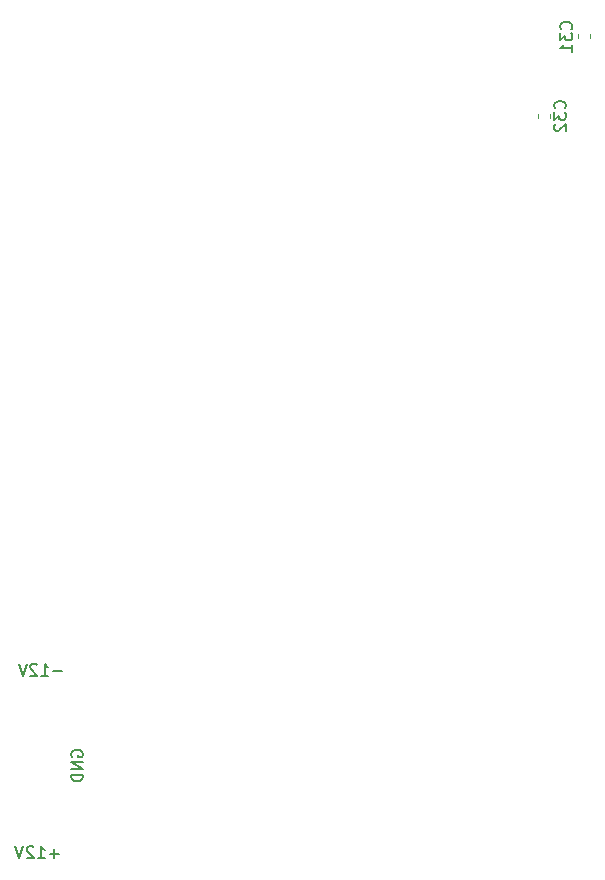
<source format=gbr>
G04 #@! TF.GenerationSoftware,KiCad,Pcbnew,(5.1.2-1)-1*
G04 #@! TF.CreationDate,2022-06-02T01:27:51-04:00*
G04 #@! TF.ProjectId,Cynare - CGS,43796e61-7265-4202-9d20-4347532e6b69,rev?*
G04 #@! TF.SameCoordinates,Original*
G04 #@! TF.FileFunction,Legend,Bot*
G04 #@! TF.FilePolarity,Positive*
%FSLAX46Y46*%
G04 Gerber Fmt 4.6, Leading zero omitted, Abs format (unit mm)*
G04 Created by KiCad (PCBNEW (5.1.2-1)-1) date 2022-06-02 01:27:51*
%MOMM*%
%LPD*%
G04 APERTURE LIST*
%ADD10C,0.150000*%
%ADD11C,0.120000*%
G04 APERTURE END LIST*
D10*
X21081904Y-118341428D02*
X20320000Y-118341428D01*
X20700952Y-118722380D02*
X20700952Y-117960476D01*
X19320000Y-118722380D02*
X19891428Y-118722380D01*
X19605714Y-118722380D02*
X19605714Y-117722380D01*
X19700952Y-117865238D01*
X19796190Y-117960476D01*
X19891428Y-118008095D01*
X18939047Y-117817619D02*
X18891428Y-117770000D01*
X18796190Y-117722380D01*
X18558095Y-117722380D01*
X18462857Y-117770000D01*
X18415238Y-117817619D01*
X18367619Y-117912857D01*
X18367619Y-118008095D01*
X18415238Y-118150952D01*
X18986666Y-118722380D01*
X18367619Y-118722380D01*
X18081904Y-117722380D02*
X17748571Y-118722380D01*
X17415238Y-117722380D01*
X22190000Y-110118095D02*
X22142380Y-110022857D01*
X22142380Y-109880000D01*
X22190000Y-109737142D01*
X22285238Y-109641904D01*
X22380476Y-109594285D01*
X22570952Y-109546666D01*
X22713809Y-109546666D01*
X22904285Y-109594285D01*
X22999523Y-109641904D01*
X23094761Y-109737142D01*
X23142380Y-109880000D01*
X23142380Y-109975238D01*
X23094761Y-110118095D01*
X23047142Y-110165714D01*
X22713809Y-110165714D01*
X22713809Y-109975238D01*
X23142380Y-110594285D02*
X22142380Y-110594285D01*
X23142380Y-111165714D01*
X22142380Y-111165714D01*
X23142380Y-111641904D02*
X22142380Y-111641904D01*
X22142380Y-111880000D01*
X22190000Y-112022857D01*
X22285238Y-112118095D01*
X22380476Y-112165714D01*
X22570952Y-112213333D01*
X22713809Y-112213333D01*
X22904285Y-112165714D01*
X22999523Y-112118095D01*
X23094761Y-112022857D01*
X23142380Y-111880000D01*
X23142380Y-111641904D01*
X21381904Y-102881428D02*
X20620000Y-102881428D01*
X19620000Y-103262380D02*
X20191428Y-103262380D01*
X19905714Y-103262380D02*
X19905714Y-102262380D01*
X20000952Y-102405238D01*
X20096190Y-102500476D01*
X20191428Y-102548095D01*
X19239047Y-102357619D02*
X19191428Y-102310000D01*
X19096190Y-102262380D01*
X18858095Y-102262380D01*
X18762857Y-102310000D01*
X18715238Y-102357619D01*
X18667619Y-102452857D01*
X18667619Y-102548095D01*
X18715238Y-102690952D01*
X19286666Y-103262380D01*
X18667619Y-103262380D01*
X18381904Y-102262380D02*
X18048571Y-103262380D01*
X17715238Y-102262380D01*
D11*
X61650000Y-56061267D02*
X61650000Y-55718733D01*
X62670000Y-56061267D02*
X62670000Y-55718733D01*
X65060000Y-49271267D02*
X65060000Y-48928733D01*
X66080000Y-49271267D02*
X66080000Y-48928733D01*
D10*
X63947142Y-55247142D02*
X63994761Y-55199523D01*
X64042380Y-55056666D01*
X64042380Y-54961428D01*
X63994761Y-54818571D01*
X63899523Y-54723333D01*
X63804285Y-54675714D01*
X63613809Y-54628095D01*
X63470952Y-54628095D01*
X63280476Y-54675714D01*
X63185238Y-54723333D01*
X63090000Y-54818571D01*
X63042380Y-54961428D01*
X63042380Y-55056666D01*
X63090000Y-55199523D01*
X63137619Y-55247142D01*
X63042380Y-55580476D02*
X63042380Y-56199523D01*
X63423333Y-55866190D01*
X63423333Y-56009047D01*
X63470952Y-56104285D01*
X63518571Y-56151904D01*
X63613809Y-56199523D01*
X63851904Y-56199523D01*
X63947142Y-56151904D01*
X63994761Y-56104285D01*
X64042380Y-56009047D01*
X64042380Y-55723333D01*
X63994761Y-55628095D01*
X63947142Y-55580476D01*
X63137619Y-56580476D02*
X63090000Y-56628095D01*
X63042380Y-56723333D01*
X63042380Y-56961428D01*
X63090000Y-57056666D01*
X63137619Y-57104285D01*
X63232857Y-57151904D01*
X63328095Y-57151904D01*
X63470952Y-57104285D01*
X64042380Y-56532857D01*
X64042380Y-57151904D01*
X64467142Y-48527142D02*
X64514761Y-48479523D01*
X64562380Y-48336666D01*
X64562380Y-48241428D01*
X64514761Y-48098571D01*
X64419523Y-48003333D01*
X64324285Y-47955714D01*
X64133809Y-47908095D01*
X63990952Y-47908095D01*
X63800476Y-47955714D01*
X63705238Y-48003333D01*
X63610000Y-48098571D01*
X63562380Y-48241428D01*
X63562380Y-48336666D01*
X63610000Y-48479523D01*
X63657619Y-48527142D01*
X63562380Y-48860476D02*
X63562380Y-49479523D01*
X63943333Y-49146190D01*
X63943333Y-49289047D01*
X63990952Y-49384285D01*
X64038571Y-49431904D01*
X64133809Y-49479523D01*
X64371904Y-49479523D01*
X64467142Y-49431904D01*
X64514761Y-49384285D01*
X64562380Y-49289047D01*
X64562380Y-49003333D01*
X64514761Y-48908095D01*
X64467142Y-48860476D01*
X64562380Y-50431904D02*
X64562380Y-49860476D01*
X64562380Y-50146190D02*
X63562380Y-50146190D01*
X63705238Y-50050952D01*
X63800476Y-49955714D01*
X63848095Y-49860476D01*
M02*

</source>
